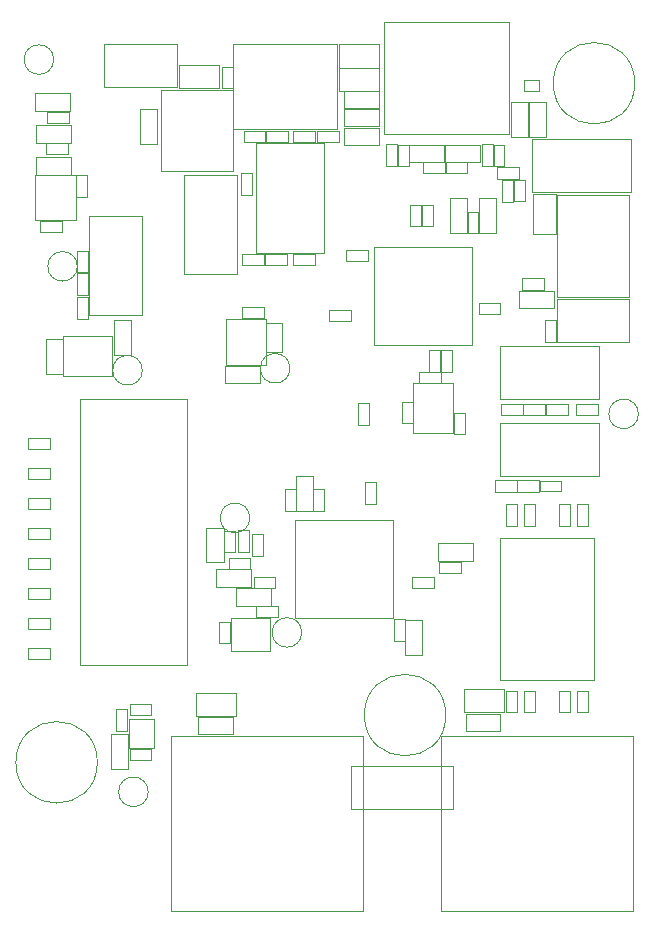
<source format=gbr>
%TF.GenerationSoftware,KiCad,Pcbnew,8.0.8-8.0.8-0~ubuntu24.04.1*%
%TF.CreationDate,2025-02-21T17:42:53-05:00*%
%TF.ProjectId,ChipigniteExplain,43686970-6967-46e6-9974-654578706c61,1.1*%
%TF.SameCoordinates,Original*%
%TF.FileFunction,Other,User*%
%FSLAX46Y46*%
G04 Gerber Fmt 4.6, Leading zero omitted, Abs format (unit mm)*
G04 Created by KiCad (PCBNEW 8.0.8-8.0.8-0~ubuntu24.04.1) date 2025-02-21 17:42:53*
%MOMM*%
%LPD*%
G01*
G04 APERTURE LIST*
%ADD10C,0.050000*%
%ADD11C,0.120000*%
G04 APERTURE END LIST*
D10*
%TO.C,R23*%
X91280000Y-60130000D02*
X93140000Y-60130000D01*
X91280000Y-61070000D02*
X91280000Y-60130000D01*
X93140000Y-60130000D02*
X93140000Y-61070000D01*
X93140000Y-61070000D02*
X91280000Y-61070000D01*
%TO.C,U1*%
X69150000Y-23200000D02*
X69150000Y-30400000D01*
X69150000Y-30400000D02*
X77950000Y-30400000D01*
X77950000Y-23200000D02*
X69150000Y-23200000D01*
X77950000Y-30400000D02*
X77950000Y-23200000D01*
%TO.C,R43*%
X98242157Y-62107843D02*
X99182157Y-62107843D01*
X98242157Y-63967843D02*
X98242157Y-62107843D01*
X99182157Y-62107843D02*
X99182157Y-63967843D01*
X99182157Y-63967843D02*
X98242157Y-63967843D01*
%TO.C,C11*%
X92940000Y-34690000D02*
X93860000Y-34690000D01*
X92940000Y-36510000D02*
X92940000Y-34690000D01*
X93860000Y-34690000D02*
X93860000Y-36510000D01*
X93860000Y-36510000D02*
X92940000Y-36510000D01*
%TO.C,R26*%
X60370000Y-79030000D02*
X62230000Y-79030000D01*
X60370000Y-79970000D02*
X60370000Y-79030000D01*
X62230000Y-79030000D02*
X62230000Y-79970000D01*
X62230000Y-79970000D02*
X60370000Y-79970000D01*
%TO.C,R36*%
X51770000Y-61615714D02*
X53630000Y-61615714D01*
X51770000Y-62555714D02*
X51770000Y-61615714D01*
X53630000Y-61615714D02*
X53630000Y-62555714D01*
X53630000Y-62555714D02*
X51770000Y-62555714D01*
%TO.C,R19*%
X79730000Y-53570000D02*
X80670000Y-53570000D01*
X79730000Y-55430000D02*
X79730000Y-53570000D01*
X80670000Y-53570000D02*
X80670000Y-55430000D01*
X80670000Y-55430000D02*
X79730000Y-55430000D01*
D11*
%TO.C,SW2*%
X64950000Y-34250000D02*
X64950000Y-42650000D01*
X64950000Y-42650000D02*
X69450000Y-42650000D01*
X69450000Y-34250000D02*
X64950000Y-34250000D01*
X69450000Y-42650000D02*
X69450000Y-34250000D01*
D10*
%TO.C,C3*%
X78100000Y-23220000D02*
X81500000Y-23220000D01*
X78100000Y-25180000D02*
X78100000Y-23220000D01*
X81500000Y-23220000D02*
X81500000Y-25180000D01*
X81500000Y-25180000D02*
X78100000Y-25180000D01*
%TO.C,D5*%
X68500000Y-46480000D02*
X68500000Y-50320000D01*
X68500000Y-50320000D02*
X71900000Y-50320000D01*
X71900000Y-46480000D02*
X68500000Y-46480000D01*
X71900000Y-50320000D02*
X71900000Y-46480000D01*
%TO.C,R22*%
X91820000Y-53630000D02*
X93680000Y-53630000D01*
X91820000Y-54570000D02*
X91820000Y-53630000D01*
X93680000Y-53630000D02*
X93680000Y-54570000D01*
X93680000Y-54570000D02*
X91820000Y-54570000D01*
%TO.C,H3*%
X103150000Y-26500000D02*
G75*
G02*
X96250000Y-26500000I-3450000J0D01*
G01*
X96250000Y-26500000D02*
G75*
G02*
X103150000Y-26500000I3450000J0D01*
G01*
%TO.C,C26*%
X68495000Y-50407500D02*
X71455000Y-50407500D01*
X68495000Y-51867500D02*
X68495000Y-50407500D01*
X71455000Y-50407500D02*
X71455000Y-51867500D01*
X71455000Y-51867500D02*
X68495000Y-51867500D01*
%TO.C,C8*%
X87140000Y-33180000D02*
X88960000Y-33180000D01*
X87140000Y-34100000D02*
X87140000Y-33180000D01*
X88960000Y-33180000D02*
X88960000Y-34100000D01*
X88960000Y-34100000D02*
X87140000Y-34100000D01*
D11*
%TO.C,SW3*%
X91750000Y-48750000D02*
X91750000Y-53250000D01*
X91750000Y-53250000D02*
X100150000Y-53250000D01*
X100150000Y-48750000D02*
X91750000Y-48750000D01*
X100150000Y-53250000D02*
X100150000Y-48750000D01*
%TO.C,SW5*%
X56950000Y-37750000D02*
X56950000Y-46150000D01*
X56950000Y-46150000D02*
X61450000Y-46150000D01*
X61450000Y-37750000D02*
X56950000Y-37750000D01*
X61450000Y-46150000D02*
X61450000Y-37750000D01*
D10*
%TO.C,C52*%
X88820000Y-79870000D02*
X91780000Y-79870000D01*
X88820000Y-81330000D02*
X88820000Y-79870000D01*
X91780000Y-79870000D02*
X91780000Y-81330000D01*
X91780000Y-81330000D02*
X88820000Y-81330000D01*
%TO.C,U5*%
X71090000Y-31550000D02*
X71090000Y-40850000D01*
X71090000Y-40850000D02*
X76810000Y-40850000D01*
X76810000Y-31550000D02*
X71090000Y-31550000D01*
X76810000Y-40850000D02*
X76810000Y-31550000D01*
%TO.C,C49*%
X88700000Y-77820000D02*
X92100000Y-77820000D01*
X88700000Y-79780000D02*
X88700000Y-77820000D01*
X92100000Y-77820000D02*
X92100000Y-79780000D01*
X92100000Y-79780000D02*
X88700000Y-79780000D01*
%TO.C,R27*%
X60370000Y-82880000D02*
X62230000Y-82880000D01*
X60370000Y-83820000D02*
X60370000Y-82880000D01*
X62230000Y-82880000D02*
X62230000Y-83820000D01*
X62230000Y-83820000D02*
X60370000Y-83820000D01*
%TO.C,R40*%
X51770000Y-71787142D02*
X53630000Y-71787142D01*
X51770000Y-72727142D02*
X51770000Y-71787142D01*
X53630000Y-71787142D02*
X53630000Y-72727142D01*
X53630000Y-72727142D02*
X51770000Y-72727142D01*
%TO.C,R14*%
X71820000Y-40930000D02*
X73680000Y-40930000D01*
X71820000Y-41870000D02*
X71820000Y-40930000D01*
X73680000Y-40930000D02*
X73680000Y-41870000D01*
X73680000Y-41870000D02*
X71820000Y-41870000D01*
%TO.C,D4*%
X71900000Y-46787500D02*
X73300000Y-46787500D01*
X71900000Y-49287500D02*
X71900000Y-46787500D01*
X73300000Y-46787500D02*
X73300000Y-49287500D01*
X73300000Y-49287500D02*
X71900000Y-49287500D01*
%TO.C,R44*%
X96742157Y-77917843D02*
X97682157Y-77917843D01*
X96742157Y-79777843D02*
X96742157Y-77917843D01*
X97682157Y-77917843D02*
X97682157Y-79777843D01*
X97682157Y-79777843D02*
X96742157Y-79777843D01*
%TO.C,C38*%
X68770000Y-66740000D02*
X70590000Y-66740000D01*
X68770000Y-67660000D02*
X68770000Y-66740000D01*
X70590000Y-66740000D02*
X70590000Y-67660000D01*
X70590000Y-67660000D02*
X68770000Y-67660000D01*
%TO.C,C21*%
X84140000Y-36790000D02*
X85060000Y-36790000D01*
X84140000Y-38610000D02*
X84140000Y-36790000D01*
X85060000Y-36790000D02*
X85060000Y-38610000D01*
X85060000Y-38610000D02*
X84140000Y-38610000D01*
%TO.C,D7*%
X60350000Y-80300000D02*
X62450000Y-80300000D01*
X60350000Y-82800000D02*
X60350000Y-80300000D01*
X62450000Y-80300000D02*
X62450000Y-82800000D01*
X62450000Y-82800000D02*
X60350000Y-82800000D01*
%TO.C,Y1*%
X84400000Y-51900000D02*
X84400000Y-56100000D01*
X84400000Y-56100000D02*
X87800000Y-56100000D01*
X87800000Y-51900000D02*
X84400000Y-51900000D01*
X87800000Y-56100000D02*
X87800000Y-51900000D01*
%TO.C,R29*%
X55930000Y-42570000D02*
X56870000Y-42570000D01*
X55930000Y-44430000D02*
X55930000Y-42570000D01*
X56870000Y-42570000D02*
X56870000Y-44430000D01*
X56870000Y-44430000D02*
X55930000Y-44430000D01*
%TO.C,U4*%
X81070000Y-40370000D02*
X81070000Y-48630000D01*
X81070000Y-48630000D02*
X89330000Y-48630000D01*
X89330000Y-40370000D02*
X81070000Y-40370000D01*
X89330000Y-48630000D02*
X89330000Y-40370000D01*
%TO.C,H1*%
X57650000Y-84000000D02*
G75*
G02*
X50750000Y-84000000I-3450000J0D01*
G01*
X50750000Y-84000000D02*
G75*
G02*
X57650000Y-84000000I3450000J0D01*
G01*
%TO.C,R37*%
X51770000Y-64158571D02*
X53630000Y-64158571D01*
X51770000Y-65098571D02*
X51770000Y-64158571D01*
X53630000Y-64158571D02*
X53630000Y-65098571D01*
X53630000Y-65098571D02*
X51770000Y-65098571D01*
%TO.C,R48*%
X92242157Y-62107843D02*
X93182157Y-62107843D01*
X92242157Y-63967843D02*
X92242157Y-62107843D01*
X93182157Y-62107843D02*
X93182157Y-63967843D01*
X93182157Y-63967843D02*
X92242157Y-63967843D01*
%TO.C,TP3*%
X70550000Y-63300000D02*
G75*
G02*
X68050000Y-63300000I-1250000J0D01*
G01*
X68050000Y-63300000D02*
G75*
G02*
X70550000Y-63300000I1250000J0D01*
G01*
%TO.C,FID2*%
X103450000Y-54500000D02*
G75*
G02*
X100950000Y-54500000I-1250000J0D01*
G01*
X100950000Y-54500000D02*
G75*
G02*
X103450000Y-54500000I1250000J0D01*
G01*
D11*
%TO.C,SW1*%
X94450000Y-31250000D02*
X94450000Y-35750000D01*
X94450000Y-35750000D02*
X102850000Y-35750000D01*
X102850000Y-31250000D02*
X94450000Y-31250000D01*
X102850000Y-35750000D02*
X102850000Y-31250000D01*
D10*
%TO.C,C35*%
X66870000Y-64120000D02*
X68330000Y-64120000D01*
X66870000Y-67080000D02*
X66870000Y-64120000D01*
X68330000Y-64120000D02*
X68330000Y-67080000D01*
X68330000Y-67080000D02*
X66870000Y-67080000D01*
%TO.C,R35*%
X51770000Y-59072857D02*
X53630000Y-59072857D01*
X51770000Y-60012857D02*
X51770000Y-59072857D01*
X53630000Y-59072857D02*
X53630000Y-60012857D01*
X53630000Y-60012857D02*
X51770000Y-60012857D01*
%TO.C,R41*%
X51770000Y-74330000D02*
X53630000Y-74330000D01*
X51770000Y-75270000D02*
X51770000Y-74330000D01*
X53630000Y-74330000D02*
X53630000Y-75270000D01*
X53630000Y-75270000D02*
X51770000Y-75270000D01*
%TO.C,C47*%
X55940000Y-40690000D02*
X56860000Y-40690000D01*
X55940000Y-42510000D02*
X55940000Y-40690000D01*
X56860000Y-40690000D02*
X56860000Y-42510000D01*
X56860000Y-42510000D02*
X55940000Y-42510000D01*
%TO.C,Q1*%
X52410000Y-34280000D02*
X52410000Y-38120000D01*
X52410000Y-38120000D02*
X55810000Y-38120000D01*
X55810000Y-34280000D02*
X52410000Y-34280000D01*
X55810000Y-38120000D02*
X55810000Y-34280000D01*
%TO.C,R4*%
X91930000Y-34670000D02*
X92870000Y-34670000D01*
X91930000Y-36530000D02*
X91930000Y-34670000D01*
X92870000Y-34670000D02*
X92870000Y-36530000D01*
X92870000Y-36530000D02*
X91930000Y-36530000D01*
%TO.C,C51*%
X66145000Y-80170000D02*
X69105000Y-80170000D01*
X66145000Y-81630000D02*
X66145000Y-80170000D01*
X69105000Y-80170000D02*
X69105000Y-81630000D01*
X69105000Y-81630000D02*
X66145000Y-81630000D01*
%TO.C,C29*%
X75940000Y-60890000D02*
X76860000Y-60890000D01*
X75940000Y-62710000D02*
X75940000Y-60890000D01*
X76860000Y-60890000D02*
X76860000Y-62710000D01*
X76860000Y-62710000D02*
X75940000Y-62710000D01*
%TO.C,R42*%
X96742157Y-62107843D02*
X97682157Y-62107843D01*
X96742157Y-63967843D02*
X96742157Y-62107843D01*
X97682157Y-62107843D02*
X97682157Y-63967843D01*
X97682157Y-63967843D02*
X96742157Y-63967843D01*
%TO.C,C13*%
X89920000Y-36220000D02*
X91380000Y-36220000D01*
X89920000Y-39180000D02*
X89920000Y-36220000D01*
X91380000Y-36220000D02*
X91380000Y-39180000D01*
X91380000Y-39180000D02*
X89920000Y-39180000D01*
%TO.C,R24*%
X71070000Y-70730000D02*
X72930000Y-70730000D01*
X71070000Y-71670000D02*
X71070000Y-70730000D01*
X72930000Y-70730000D02*
X72930000Y-71670000D01*
X72930000Y-71670000D02*
X71070000Y-71670000D01*
%TO.C,C39*%
X67720000Y-67670000D02*
X70680000Y-67670000D01*
X67720000Y-69130000D02*
X67720000Y-67670000D01*
X70680000Y-67670000D02*
X70680000Y-69130000D01*
X70680000Y-69130000D02*
X67720000Y-69130000D01*
%TO.C,R50*%
X61270000Y-28720000D02*
X62730000Y-28720000D01*
X61270000Y-31680000D02*
X61270000Y-28720000D01*
X62730000Y-28720000D02*
X62730000Y-31680000D01*
X62730000Y-31680000D02*
X61270000Y-31680000D01*
%TO.C,R21*%
X93180000Y-60130000D02*
X95040000Y-60130000D01*
X93180000Y-61070000D02*
X93180000Y-60130000D01*
X95040000Y-60130000D02*
X95040000Y-61070000D01*
X95040000Y-61070000D02*
X93180000Y-61070000D01*
%TO.C,C30*%
X74470000Y-59720000D02*
X75930000Y-59720000D01*
X74470000Y-62680000D02*
X74470000Y-59720000D01*
X75930000Y-59720000D02*
X75930000Y-62680000D01*
X75930000Y-62680000D02*
X74470000Y-62680000D01*
%TO.C,U6*%
X54750000Y-47900000D02*
X54750000Y-51300000D01*
X54750000Y-51300000D02*
X58850000Y-51300000D01*
X58850000Y-47900000D02*
X54750000Y-47900000D01*
X58850000Y-51300000D02*
X58850000Y-47900000D01*
%TO.C,D3*%
X93320000Y-44070000D02*
X96280000Y-44070000D01*
X93320000Y-45530000D02*
X93320000Y-44070000D01*
X96280000Y-44070000D02*
X96280000Y-45530000D01*
X96280000Y-45530000D02*
X93320000Y-45530000D01*
%TO.C,R20*%
X93720000Y-53630000D02*
X95580000Y-53630000D01*
X93720000Y-54570000D02*
X93720000Y-53630000D01*
X95580000Y-53630000D02*
X95580000Y-54570000D01*
X95580000Y-54570000D02*
X93720000Y-54570000D01*
%TO.C,C22*%
X78740000Y-40640000D02*
X80560000Y-40640000D01*
X78740000Y-41560000D02*
X78740000Y-40640000D01*
X80560000Y-40640000D02*
X80560000Y-41560000D01*
X80560000Y-41560000D02*
X78740000Y-41560000D01*
%TO.C,J10*%
X96525000Y-44800000D02*
X96525000Y-48400000D01*
X96525000Y-48400000D02*
X102675000Y-48400000D01*
X102675000Y-44800000D02*
X96525000Y-44800000D01*
X102675000Y-48400000D02*
X102675000Y-44800000D01*
%TO.C,R3*%
X94160000Y-28060000D02*
X95620000Y-28060000D01*
X94160000Y-31020000D02*
X94160000Y-28060000D01*
X95620000Y-28060000D02*
X95620000Y-31020000D01*
X95620000Y-31020000D02*
X94160000Y-31020000D01*
%TO.C,C45*%
X95090000Y-60140000D02*
X96910000Y-60140000D01*
X95090000Y-61060000D02*
X95090000Y-60140000D01*
X96910000Y-60140000D02*
X96910000Y-61060000D01*
X96910000Y-61060000D02*
X95090000Y-61060000D01*
%TO.C,FID3*%
X61950000Y-86500000D02*
G75*
G02*
X59450000Y-86500000I-1250000J0D01*
G01*
X59450000Y-86500000D02*
G75*
G02*
X61950000Y-86500000I1250000J0D01*
G01*
%TO.C,R49*%
X98242157Y-77917843D02*
X99182157Y-77917843D01*
X98242157Y-79777843D02*
X98242157Y-77917843D01*
X99182157Y-77917843D02*
X99182157Y-79777843D01*
X99182157Y-79777843D02*
X98242157Y-79777843D01*
%TO.C,R38*%
X51770000Y-66701428D02*
X53630000Y-66701428D01*
X51770000Y-67641428D02*
X51770000Y-66701428D01*
X53630000Y-66701428D02*
X53630000Y-67641428D01*
X53630000Y-67641428D02*
X51770000Y-67641428D01*
%TO.C,D9*%
X52330000Y-27370000D02*
X55290000Y-27370000D01*
X52330000Y-28830000D02*
X52330000Y-27370000D01*
X55290000Y-27370000D02*
X55290000Y-28830000D01*
X55290000Y-28830000D02*
X52330000Y-28830000D01*
%TO.C,R18*%
X80330000Y-60270000D02*
X81270000Y-60270000D01*
X80330000Y-62130000D02*
X80330000Y-60270000D01*
X81270000Y-60270000D02*
X81270000Y-62130000D01*
X81270000Y-62130000D02*
X80330000Y-62130000D01*
%TO.C,TP4*%
X74950000Y-73000000D02*
G75*
G02*
X72450000Y-73000000I-1250000J0D01*
G01*
X72450000Y-73000000D02*
G75*
G02*
X74950000Y-73000000I1250000J0D01*
G01*
%TO.C,R2*%
X82080000Y-31670000D02*
X83020000Y-31670000D01*
X82080000Y-33530000D02*
X82080000Y-31670000D01*
X83020000Y-31670000D02*
X83020000Y-33530000D01*
X83020000Y-33530000D02*
X82080000Y-33530000D01*
%TO.C,R34*%
X51770000Y-56530000D02*
X53630000Y-56530000D01*
X51770000Y-57470000D02*
X51770000Y-56530000D01*
X53630000Y-56530000D02*
X53630000Y-57470000D01*
X53630000Y-57470000D02*
X51770000Y-57470000D01*
%TO.C,R46*%
X92242157Y-77917843D02*
X93182157Y-77917843D01*
X92242157Y-79777843D02*
X92242157Y-77917843D01*
X93182157Y-77917843D02*
X93182157Y-79777843D01*
X93182157Y-79777843D02*
X92242157Y-79777843D01*
%TO.C,R33*%
X55840000Y-34270000D02*
X56780000Y-34270000D01*
X55840000Y-36130000D02*
X55840000Y-34270000D01*
X56780000Y-34270000D02*
X56780000Y-36130000D01*
X56780000Y-36130000D02*
X55840000Y-36130000D01*
%TO.C,H2*%
X87150000Y-80000000D02*
G75*
G02*
X80250000Y-80000000I-3450000J0D01*
G01*
X80250000Y-80000000D02*
G75*
G02*
X87150000Y-80000000I3450000J0D01*
G01*
%TO.C,R1*%
X90180000Y-31670000D02*
X91120000Y-31670000D01*
X90180000Y-33530000D02*
X90180000Y-31670000D01*
X91120000Y-31670000D02*
X91120000Y-33530000D01*
X91120000Y-33530000D02*
X90180000Y-33530000D01*
%TO.C,TP2*%
X61450000Y-50800000D02*
G75*
G02*
X58950000Y-50800000I-1250000J0D01*
G01*
X58950000Y-50800000D02*
G75*
G02*
X61450000Y-50800000I1250000J0D01*
G01*
%TO.C,C14*%
X83440000Y-53490000D02*
X84360000Y-53490000D01*
X83440000Y-55310000D02*
X83440000Y-53490000D01*
X84360000Y-53490000D02*
X84360000Y-55310000D01*
X84360000Y-55310000D02*
X83440000Y-55310000D01*
%TO.C,D1*%
X87070000Y-31710000D02*
X90030000Y-31710000D01*
X87070000Y-33170000D02*
X87070000Y-31710000D01*
X90030000Y-31710000D02*
X90030000Y-33170000D01*
X90030000Y-33170000D02*
X87070000Y-33170000D01*
%TO.C,TP5*%
X55950000Y-42000000D02*
G75*
G02*
X53450000Y-42000000I-1250000J0D01*
G01*
X53450000Y-42000000D02*
G75*
G02*
X55950000Y-42000000I1250000J0D01*
G01*
%TO.C,R47*%
X93742157Y-62107843D02*
X94682157Y-62107843D01*
X93742157Y-63967843D02*
X93742157Y-62107843D01*
X94682157Y-62107843D02*
X94682157Y-63967843D01*
X94682157Y-63967843D02*
X93742157Y-63967843D01*
%TO.C,C19*%
X85740000Y-49090000D02*
X86660000Y-49090000D01*
X85740000Y-50910000D02*
X85740000Y-49090000D01*
X86660000Y-49090000D02*
X86660000Y-50910000D01*
X86660000Y-50910000D02*
X85740000Y-50910000D01*
%TO.C,C32*%
X83670000Y-71920000D02*
X85130000Y-71920000D01*
X83670000Y-74880000D02*
X83670000Y-71920000D01*
X85130000Y-71920000D02*
X85130000Y-74880000D01*
X85130000Y-74880000D02*
X83670000Y-74880000D01*
%TO.C,R32*%
X52780000Y-38192500D02*
X54640000Y-38192500D01*
X52780000Y-39132500D02*
X52780000Y-38192500D01*
X54640000Y-38192500D02*
X54640000Y-39132500D01*
X54640000Y-39132500D02*
X52780000Y-39132500D01*
%TO.C,TP1*%
X73950000Y-50637500D02*
G75*
G02*
X71450000Y-50637500I-1250000J0D01*
G01*
X71450000Y-50637500D02*
G75*
G02*
X73950000Y-50637500I1250000J0D01*
G01*
%TO.C,C15*%
X87840000Y-54390000D02*
X88760000Y-54390000D01*
X87840000Y-56210000D02*
X87840000Y-54390000D01*
X88760000Y-54390000D02*
X88760000Y-56210000D01*
X88760000Y-56210000D02*
X87840000Y-56210000D01*
%TO.C,C34*%
X59070000Y-46520000D02*
X60530000Y-46520000D01*
X59070000Y-49480000D02*
X59070000Y-46520000D01*
X60530000Y-46520000D02*
X60530000Y-49480000D01*
X60530000Y-49480000D02*
X59070000Y-49480000D01*
%TO.C,C46*%
X58820000Y-81620000D02*
X60280000Y-81620000D01*
X58820000Y-84580000D02*
X58820000Y-81620000D01*
X60280000Y-81620000D02*
X60280000Y-84580000D01*
X60280000Y-84580000D02*
X58820000Y-84580000D01*
%TO.C,C5*%
X68190000Y-25110000D02*
X69110000Y-25110000D01*
X68190000Y-26930000D02*
X68190000Y-25110000D01*
X69110000Y-25110000D02*
X69110000Y-26930000D01*
X69110000Y-26930000D02*
X68190000Y-26930000D01*
%TO.C,R9*%
X95530000Y-46570000D02*
X96470000Y-46570000D01*
X95530000Y-48430000D02*
X95530000Y-46570000D01*
X96470000Y-46570000D02*
X96470000Y-48430000D01*
X96470000Y-48430000D02*
X95530000Y-48430000D01*
%TO.C,R8*%
X93582500Y-43030000D02*
X95442500Y-43030000D01*
X93582500Y-43970000D02*
X93582500Y-43030000D01*
X95442500Y-43030000D02*
X95442500Y-43970000D01*
X95442500Y-43970000D02*
X93582500Y-43970000D01*
%TO.C,D8*%
X52430000Y-32770000D02*
X55390000Y-32770000D01*
X52430000Y-34230000D02*
X52430000Y-32770000D01*
X55390000Y-32770000D02*
X55390000Y-34230000D01*
X55390000Y-34230000D02*
X52430000Y-34230000D01*
%TO.C,C40*%
X70740000Y-64690000D02*
X71660000Y-64690000D01*
X70740000Y-66510000D02*
X70740000Y-64690000D01*
X71660000Y-64690000D02*
X71660000Y-66510000D01*
X71660000Y-66510000D02*
X70740000Y-66510000D01*
%TO.C,R5*%
X69920000Y-40930000D02*
X71780000Y-40930000D01*
X69920000Y-41870000D02*
X69920000Y-40930000D01*
X71780000Y-40930000D02*
X71780000Y-41870000D01*
X71780000Y-41870000D02*
X69920000Y-41870000D01*
%TO.C,J4*%
X81880000Y-30770000D02*
X81880000Y-21350000D01*
X92520000Y-21350000D02*
X81880000Y-21350000D01*
X92520000Y-30770000D02*
X81880000Y-30770000D01*
X92520000Y-30770000D02*
X92520000Y-21350000D01*
%TO.C,C6*%
X91190000Y-31690000D02*
X92110000Y-31690000D01*
X91190000Y-33510000D02*
X91190000Y-31690000D01*
X92110000Y-31690000D02*
X92110000Y-33510000D01*
X92110000Y-33510000D02*
X91190000Y-33510000D01*
D11*
%TO.C,SW4*%
X91750000Y-55250000D02*
X91750000Y-59750000D01*
X91750000Y-59750000D02*
X100150000Y-59750000D01*
X100150000Y-55250000D02*
X91750000Y-55250000D01*
X100150000Y-59750000D02*
X100150000Y-55250000D01*
D10*
%TO.C,C4*%
X64550000Y-24920000D02*
X67950000Y-24920000D01*
X64550000Y-26880000D02*
X64550000Y-24920000D01*
X67950000Y-24920000D02*
X67950000Y-26880000D01*
X67950000Y-26880000D02*
X64550000Y-26880000D01*
%TO.C,C24*%
X89940000Y-45140000D02*
X91760000Y-45140000D01*
X89940000Y-46060000D02*
X89940000Y-45140000D01*
X91760000Y-45140000D02*
X91760000Y-46060000D01*
X91760000Y-46060000D02*
X89940000Y-46060000D01*
%TO.C,C25*%
X69910000Y-45477500D02*
X71730000Y-45477500D01*
X69910000Y-46397500D02*
X69910000Y-45477500D01*
X71730000Y-45477500D02*
X71730000Y-46397500D01*
X71730000Y-46397500D02*
X69910000Y-46397500D01*
%TO.C,F1*%
X78120000Y-25250000D02*
X81480000Y-25250000D01*
X78120000Y-27150000D02*
X78120000Y-25250000D01*
X81480000Y-25250000D02*
X81480000Y-27150000D01*
X81480000Y-27150000D02*
X78120000Y-27150000D01*
%TO.C,D6*%
X86520000Y-65470000D02*
X89480000Y-65470000D01*
X86520000Y-66930000D02*
X86520000Y-65470000D01*
X89480000Y-65470000D02*
X89480000Y-66930000D01*
X89480000Y-66930000D02*
X86520000Y-66930000D01*
%TO.C,C1*%
X78520000Y-27170000D02*
X81480000Y-27170000D01*
X78520000Y-28630000D02*
X78520000Y-27170000D01*
X81480000Y-27170000D02*
X81480000Y-28630000D01*
X81480000Y-28630000D02*
X78520000Y-28630000D01*
%TO.C,C23*%
X88990000Y-37390000D02*
X89910000Y-37390000D01*
X88990000Y-39210000D02*
X88990000Y-37390000D01*
X89910000Y-37390000D02*
X89910000Y-39210000D01*
X89910000Y-39210000D02*
X88990000Y-39210000D01*
%TO.C,R16*%
X86560000Y-67030000D02*
X88420000Y-67030000D01*
X86560000Y-67970000D02*
X86560000Y-67030000D01*
X88420000Y-67030000D02*
X88420000Y-67970000D01*
X88420000Y-67970000D02*
X86560000Y-67970000D01*
%TO.C,C33*%
X53270000Y-48120000D02*
X54730000Y-48120000D01*
X53270000Y-51080000D02*
X53270000Y-48120000D01*
X54730000Y-48120000D02*
X54730000Y-51080000D01*
X54730000Y-51080000D02*
X53270000Y-51080000D01*
%TO.C,R6*%
X91520000Y-33630000D02*
X93380000Y-33630000D01*
X91520000Y-34570000D02*
X91520000Y-33630000D01*
X93380000Y-33630000D02*
X93380000Y-34570000D01*
X93380000Y-34570000D02*
X91520000Y-34570000D01*
%TO.C,C50*%
X94520000Y-35900000D02*
X96480000Y-35900000D01*
X94520000Y-39300000D02*
X94520000Y-35900000D01*
X96480000Y-35900000D02*
X96480000Y-39300000D01*
X96480000Y-39300000D02*
X94520000Y-39300000D01*
%TO.C,R39*%
X51770000Y-69244285D02*
X53630000Y-69244285D01*
X51770000Y-70184285D02*
X51770000Y-69244285D01*
X53630000Y-69244285D02*
X53630000Y-70184285D01*
X53630000Y-70184285D02*
X51770000Y-70184285D01*
%TO.C,J5*%
X86735000Y-81775000D02*
X86735000Y-96625000D01*
X86735000Y-96625000D02*
X102985000Y-96625000D01*
X102985000Y-81775000D02*
X86735000Y-81775000D01*
X102985000Y-96625000D02*
X102985000Y-81775000D01*
%TO.C,C37*%
X98190000Y-53640000D02*
X100010000Y-53640000D01*
X98190000Y-54560000D02*
X98190000Y-53640000D01*
X100010000Y-53640000D02*
X100010000Y-54560000D01*
X100010000Y-54560000D02*
X98190000Y-54560000D01*
%TO.C,C43*%
X67940000Y-72090000D02*
X68860000Y-72090000D01*
X67940000Y-73910000D02*
X67940000Y-72090000D01*
X68860000Y-72090000D02*
X68860000Y-73910000D01*
X68860000Y-73910000D02*
X67940000Y-73910000D01*
%TO.C,U3*%
D11*
X91700000Y-77000000D02*
X99700000Y-77000000D01*
X99700000Y-65000000D01*
X91700000Y-65000000D01*
X91700000Y-77000000D01*
D10*
%TO.C,J3*%
X79115000Y-84315000D02*
X79115000Y-87915000D01*
X79115000Y-87915000D02*
X87765000Y-87915000D01*
X87765000Y-84315000D02*
X79115000Y-84315000D01*
X87765000Y-87915000D02*
X87765000Y-84315000D01*
%TO.C,C44*%
X95640000Y-53640000D02*
X97460000Y-53640000D01*
X95640000Y-54560000D02*
X95640000Y-53640000D01*
X97460000Y-53640000D02*
X97460000Y-54560000D01*
X97460000Y-54560000D02*
X95640000Y-54560000D01*
%TO.C,D2*%
X84070000Y-31710000D02*
X87030000Y-31710000D01*
X84070000Y-33170000D02*
X84070000Y-31710000D01*
X87030000Y-31710000D02*
X87030000Y-33170000D01*
X87030000Y-33170000D02*
X84070000Y-33170000D01*
%TO.C,R45*%
X93742157Y-77917843D02*
X94682157Y-77917843D01*
X93742157Y-79777843D02*
X93742157Y-77917843D01*
X94682157Y-77917843D02*
X94682157Y-79777843D01*
X94682157Y-79777843D02*
X93742157Y-79777843D01*
%TO.C,C20*%
X86740000Y-49090000D02*
X87660000Y-49090000D01*
X86740000Y-50910000D02*
X86740000Y-49090000D01*
X87660000Y-49090000D02*
X87660000Y-50910000D01*
X87660000Y-50910000D02*
X86740000Y-50910000D01*
%TO.C,J1*%
X58200000Y-23200000D02*
X58200000Y-26800000D01*
X58200000Y-26800000D02*
X64350000Y-26800000D01*
X64350000Y-23200000D02*
X58200000Y-23200000D01*
X64350000Y-26800000D02*
X64350000Y-23200000D01*
%TO.C,R28*%
X55930000Y-44570000D02*
X56870000Y-44570000D01*
X55930000Y-46430000D02*
X55930000Y-44570000D01*
X56870000Y-44570000D02*
X56870000Y-46430000D01*
X56870000Y-46430000D02*
X55930000Y-46430000D01*
%TO.C,C10*%
X92660000Y-28060000D02*
X94120000Y-28060000D01*
X92660000Y-31020000D02*
X92660000Y-28060000D01*
X94120000Y-28060000D02*
X94120000Y-31020000D01*
X94120000Y-31020000D02*
X92660000Y-31020000D01*
%TO.C,R17*%
X69530000Y-64370000D02*
X70470000Y-64370000D01*
X69530000Y-66230000D02*
X69530000Y-64370000D01*
X70470000Y-64370000D02*
X70470000Y-66230000D01*
X70470000Y-66230000D02*
X69530000Y-66230000D01*
%TO.C,R11*%
X74220000Y-40930000D02*
X76080000Y-40930000D01*
X74220000Y-41870000D02*
X74220000Y-40930000D01*
X76080000Y-40930000D02*
X76080000Y-41870000D01*
X76080000Y-41870000D02*
X74220000Y-41870000D01*
%TO.C,FID1*%
X53950000Y-24500000D02*
G75*
G02*
X51450000Y-24500000I-1250000J0D01*
G01*
X51450000Y-24500000D02*
G75*
G02*
X53950000Y-24500000I1250000J0D01*
G01*
%TO.C,R31*%
X53270000Y-31530000D02*
X55130000Y-31530000D01*
X53270000Y-32470000D02*
X53270000Y-31530000D01*
X55130000Y-31530000D02*
X55130000Y-32470000D01*
X55130000Y-32470000D02*
X53270000Y-32470000D01*
%TO.C,C9*%
X85260000Y-33180000D02*
X87080000Y-33180000D01*
X85260000Y-34100000D02*
X85260000Y-33180000D01*
X87080000Y-33180000D02*
X87080000Y-34100000D01*
X87080000Y-34100000D02*
X85260000Y-34100000D01*
%TO.C,SW6*%
D11*
X56200000Y-53250000D02*
X65200000Y-53250000D01*
X65200000Y-75750000D01*
X56200000Y-75750000D01*
X56200000Y-53250000D01*
D10*
%TO.C,X1*%
X68970000Y-71780000D02*
X72230000Y-71780000D01*
X68970000Y-74540000D02*
X68970000Y-71780000D01*
X68970000Y-74540000D02*
X72230000Y-74540000D01*
X72230000Y-74540000D02*
X72230000Y-71780000D01*
%TO.C,R10*%
X84870000Y-50930000D02*
X86730000Y-50930000D01*
X84870000Y-51870000D02*
X84870000Y-50930000D01*
X86730000Y-50930000D02*
X86730000Y-51870000D01*
X86730000Y-51870000D02*
X84870000Y-51870000D01*
%TO.C,R7*%
X69780000Y-34070000D02*
X70720000Y-34070000D01*
X69780000Y-35930000D02*
X69780000Y-34070000D01*
X70720000Y-34070000D02*
X70720000Y-35930000D01*
X70720000Y-35930000D02*
X69780000Y-35930000D01*
%TO.C,C16*%
X70040000Y-30540000D02*
X71860000Y-30540000D01*
X70040000Y-31460000D02*
X70040000Y-30540000D01*
X71860000Y-30540000D02*
X71860000Y-31460000D01*
X71860000Y-31460000D02*
X70040000Y-31460000D01*
%TO.C,C12*%
X87520000Y-36220000D02*
X88980000Y-36220000D01*
X87520000Y-39180000D02*
X87520000Y-36220000D01*
X88980000Y-36220000D02*
X88980000Y-39180000D01*
X88980000Y-39180000D02*
X87520000Y-39180000D01*
%TO.C,C18*%
X85140000Y-36790000D02*
X86060000Y-36790000D01*
X85140000Y-38610000D02*
X85140000Y-36790000D01*
X86060000Y-36790000D02*
X86060000Y-38610000D01*
X86060000Y-38610000D02*
X85140000Y-38610000D01*
%TO.C,J7*%
X96550000Y-35975000D02*
X96550000Y-44625000D01*
X96550000Y-44625000D02*
X102700000Y-44625000D01*
X102700000Y-35975000D02*
X96550000Y-35975000D01*
X102700000Y-44625000D02*
X102700000Y-35975000D01*
%TO.C,C2*%
X78520000Y-30270000D02*
X81480000Y-30270000D01*
X78520000Y-31730000D02*
X78520000Y-30270000D01*
X81480000Y-30270000D02*
X81480000Y-31730000D01*
X81480000Y-31730000D02*
X78520000Y-31730000D01*
%TO.C,C7*%
X83090000Y-31690000D02*
X84010000Y-31690000D01*
X83090000Y-33510000D02*
X83090000Y-31690000D01*
X84010000Y-31690000D02*
X84010000Y-33510000D01*
X84010000Y-33510000D02*
X83090000Y-33510000D01*
%TO.C,C27*%
X70890000Y-68340000D02*
X72710000Y-68340000D01*
X70890000Y-69260000D02*
X70890000Y-68340000D01*
X72710000Y-68340000D02*
X72710000Y-69260000D01*
X72710000Y-69260000D02*
X70890000Y-69260000D01*
%TO.C,U2*%
X93750000Y-26250000D02*
X95050000Y-26250000D01*
X95050000Y-27150000D01*
X93750000Y-27150000D01*
X93750000Y-26250000D01*
%TO.C,J6*%
X63875000Y-81775000D02*
X63875000Y-96625000D01*
X63875000Y-96625000D02*
X80125000Y-96625000D01*
X80125000Y-81775000D02*
X63875000Y-81775000D01*
X80125000Y-96625000D02*
X80125000Y-81775000D01*
%TO.C,C17*%
X77290000Y-45740000D02*
X79110000Y-45740000D01*
X77290000Y-46660000D02*
X77290000Y-45740000D01*
X79110000Y-45740000D02*
X79110000Y-46660000D01*
X79110000Y-46660000D02*
X77290000Y-46660000D01*
%TO.C,C48*%
X66000000Y-78120000D02*
X69400000Y-78120000D01*
X66000000Y-80080000D02*
X66000000Y-78120000D01*
X69400000Y-78120000D02*
X69400000Y-80080000D01*
X69400000Y-80080000D02*
X66000000Y-80080000D01*
%TO.C,C42*%
X73540000Y-60890000D02*
X74460000Y-60890000D01*
X73540000Y-62710000D02*
X73540000Y-60890000D01*
X74460000Y-60890000D02*
X74460000Y-62710000D01*
X74460000Y-62710000D02*
X73540000Y-62710000D01*
%TO.C,D10*%
X52420000Y-30070000D02*
X55380000Y-30070000D01*
X52420000Y-31530000D02*
X52420000Y-30070000D01*
X55380000Y-30070000D02*
X55380000Y-31530000D01*
X55380000Y-31530000D02*
X52420000Y-31530000D01*
%TO.C,U7*%
X74395000Y-63510000D02*
X74395000Y-71770000D01*
X74395000Y-71770000D02*
X82655000Y-71770000D01*
X82655000Y-63510000D02*
X74395000Y-63510000D01*
X82655000Y-71770000D02*
X82655000Y-63510000D01*
%TO.C,C41*%
X84290000Y-68340000D02*
X86110000Y-68340000D01*
X84290000Y-69260000D02*
X84290000Y-68340000D01*
X86110000Y-68340000D02*
X86110000Y-69260000D01*
X86110000Y-69260000D02*
X84290000Y-69260000D01*
%TO.C,R13*%
X76220000Y-30530000D02*
X78080000Y-30530000D01*
X76220000Y-31470000D02*
X76220000Y-30530000D01*
X78080000Y-30530000D02*
X78080000Y-31470000D01*
X78080000Y-31470000D02*
X76220000Y-31470000D01*
%TO.C,C36*%
X68340000Y-64390000D02*
X69260000Y-64390000D01*
X68340000Y-66210000D02*
X68340000Y-64390000D01*
X69260000Y-64390000D02*
X69260000Y-66210000D01*
X69260000Y-66210000D02*
X68340000Y-66210000D01*
%TO.C,R12*%
X71920000Y-30530000D02*
X73780000Y-30530000D01*
X71920000Y-31470000D02*
X71920000Y-30530000D01*
X73780000Y-30530000D02*
X73780000Y-31470000D01*
X73780000Y-31470000D02*
X71920000Y-31470000D01*
%TO.C,J2*%
X63000000Y-27050000D02*
X63000000Y-33950000D01*
X63000000Y-33950000D02*
X69100000Y-33950000D01*
X69100000Y-27050000D02*
X63000000Y-27050000D01*
X69100000Y-33950000D02*
X69100000Y-27050000D01*
%TO.C,C28*%
X69420000Y-69270000D02*
X72380000Y-69270000D01*
X69420000Y-70730000D02*
X69420000Y-69270000D01*
X72380000Y-69270000D02*
X72380000Y-70730000D01*
X72380000Y-70730000D02*
X69420000Y-70730000D01*
%TO.C,FB1*%
X78520000Y-28670000D02*
X81480000Y-28670000D01*
X78520000Y-30130000D02*
X78520000Y-28670000D01*
X81480000Y-28670000D02*
X81480000Y-30130000D01*
X81480000Y-30130000D02*
X78520000Y-30130000D01*
%TO.C,R15*%
X74220000Y-30530000D02*
X76080000Y-30530000D01*
X74220000Y-31470000D02*
X74220000Y-30530000D01*
X76080000Y-30530000D02*
X76080000Y-31470000D01*
X76080000Y-31470000D02*
X74220000Y-31470000D01*
%TO.C,R30*%
X53380000Y-28930000D02*
X55240000Y-28930000D01*
X53380000Y-29870000D02*
X53380000Y-28930000D01*
X55240000Y-28930000D02*
X55240000Y-29870000D01*
X55240000Y-29870000D02*
X53380000Y-29870000D01*
%TO.C,R25*%
X59230000Y-79470000D02*
X60170000Y-79470000D01*
X59230000Y-81330000D02*
X59230000Y-79470000D01*
X60170000Y-79470000D02*
X60170000Y-81330000D01*
X60170000Y-81330000D02*
X59230000Y-81330000D01*
%TO.C,C31*%
X82740000Y-71890000D02*
X83660000Y-71890000D01*
X82740000Y-73710000D02*
X82740000Y-71890000D01*
X83660000Y-71890000D02*
X83660000Y-73710000D01*
X83660000Y-73710000D02*
X82740000Y-73710000D01*
%TD*%
M02*

</source>
